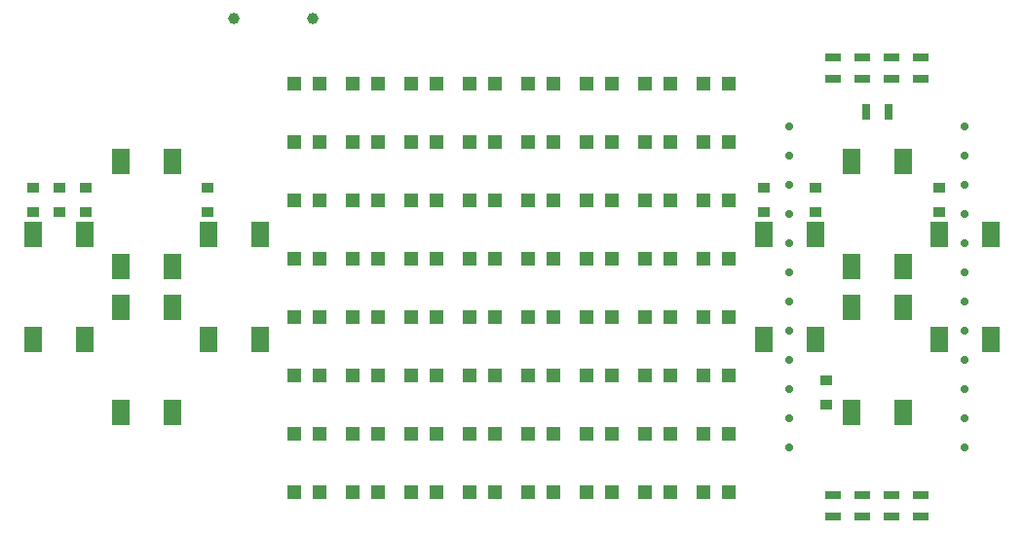
<source format=gbr>
G04 #@! TF.FileFunction,Soldermask,Bot*
%FSLAX46Y46*%
G04 Gerber Fmt 4.6, Leading zero omitted, Abs format (unit mm)*
G04 Created by KiCad (PCBNEW 4.0.7) date 04/25/18 19:18:30*
%MOMM*%
%LPD*%
G01*
G04 APERTURE LIST*
%ADD10C,0.150000*%
%ADD11R,1.000000X0.900000*%
%ADD12R,0.800000X1.400000*%
%ADD13R,1.500000X2.200000*%
%ADD14R,1.400000X0.800000*%
%ADD15O,0.700000X0.700000*%
%ADD16R,1.300000X1.300000*%
%ADD17C,1.000000*%
G04 APERTURE END LIST*
D10*
D11*
X106700000Y-92950000D03*
X106700000Y-95050000D03*
X104400000Y-92950000D03*
X104400000Y-95050000D03*
X119600000Y-92950000D03*
X119600000Y-95050000D03*
X109000000Y-92950000D03*
X109000000Y-95050000D03*
X173400000Y-109750000D03*
X173400000Y-111850000D03*
X167900000Y-93000000D03*
X167900000Y-95100000D03*
X183200000Y-92950000D03*
X183200000Y-95050000D03*
X172400000Y-92950000D03*
X172400000Y-95050000D03*
D12*
X176850000Y-86360000D03*
X178750000Y-86360000D03*
D13*
X119670000Y-106150000D03*
X119670000Y-97050000D03*
X124170000Y-106150000D03*
X124170000Y-97050000D03*
X112050000Y-112500000D03*
X112050000Y-103400000D03*
X116550000Y-112500000D03*
X116550000Y-103400000D03*
X104430000Y-106150000D03*
X104430000Y-97050000D03*
X108930000Y-106150000D03*
X108930000Y-97050000D03*
X112050000Y-99800000D03*
X112050000Y-90700000D03*
X116550000Y-99800000D03*
X116550000Y-90700000D03*
X167930000Y-106150000D03*
X167930000Y-97050000D03*
X172430000Y-106150000D03*
X172430000Y-97050000D03*
X183170000Y-106150000D03*
X183170000Y-97050000D03*
X187670000Y-106150000D03*
X187670000Y-97050000D03*
X175550000Y-99800000D03*
X175550000Y-90700000D03*
X180050000Y-99800000D03*
X180050000Y-90700000D03*
X175550000Y-112500000D03*
X175550000Y-103400000D03*
X180050000Y-112500000D03*
X180050000Y-103400000D03*
D14*
X181610000Y-121600000D03*
X181610000Y-119700000D03*
X179070000Y-121600000D03*
X179070000Y-119700000D03*
X176530000Y-121600000D03*
X176530000Y-119700000D03*
X173990000Y-121600000D03*
X173990000Y-119700000D03*
X181610000Y-81600000D03*
X181610000Y-83500000D03*
X179070000Y-81600000D03*
X179070000Y-83500000D03*
X176530000Y-81600000D03*
X176530000Y-83500000D03*
X173990000Y-81600000D03*
X173990000Y-83500000D03*
D15*
X185420000Y-87630000D03*
X185420000Y-90170000D03*
X185420000Y-92710000D03*
X185420000Y-95250000D03*
X185420000Y-97790000D03*
X185420000Y-100330000D03*
X185420000Y-102870000D03*
X185420000Y-105410000D03*
X185420000Y-107950000D03*
X185420000Y-110490000D03*
X185420000Y-113030000D03*
X185420000Y-115570000D03*
X170180000Y-87630000D03*
X170180000Y-90170000D03*
X170180000Y-92710000D03*
X170180000Y-95250000D03*
X170180000Y-97790000D03*
X170180000Y-100330000D03*
X170180000Y-102870000D03*
X170180000Y-105410000D03*
X170180000Y-107950000D03*
X170180000Y-110490000D03*
X170180000Y-113030000D03*
X170180000Y-115570000D03*
D16*
X164930000Y-83913546D03*
X162730000Y-83913546D03*
X164930000Y-88993546D03*
X162730000Y-88993546D03*
X164930000Y-94073546D03*
X162730000Y-94073546D03*
X164930000Y-99153546D03*
X162730000Y-99153546D03*
X164930000Y-104233546D03*
X162730000Y-104233546D03*
X164930000Y-109313546D03*
X162730000Y-109313546D03*
X164930000Y-114393546D03*
X162730000Y-114393546D03*
X164930000Y-119473546D03*
X162730000Y-119473546D03*
X159850000Y-83913546D03*
X157650000Y-83913546D03*
X159850000Y-88993546D03*
X157650000Y-88993546D03*
X159850000Y-94073546D03*
X157650000Y-94073546D03*
X159850000Y-99153546D03*
X157650000Y-99153546D03*
X159850000Y-104233546D03*
X157650000Y-104233546D03*
X159850000Y-109313546D03*
X157650000Y-109313546D03*
X159850000Y-114393546D03*
X157650000Y-114393546D03*
X159850000Y-119473546D03*
X157650000Y-119473546D03*
X154770000Y-83913546D03*
X152570000Y-83913546D03*
X154770000Y-88993546D03*
X152570000Y-88993546D03*
X154770000Y-94073546D03*
X152570000Y-94073546D03*
X154770000Y-99153546D03*
X152570000Y-99153546D03*
X154770000Y-104233546D03*
X152570000Y-104233546D03*
X154770000Y-109313546D03*
X152570000Y-109313546D03*
X154770000Y-114393546D03*
X152570000Y-114393546D03*
X154770000Y-119473546D03*
X152570000Y-119473546D03*
X149690000Y-83913546D03*
X147490000Y-83913546D03*
X149690000Y-88993546D03*
X147490000Y-88993546D03*
X149690000Y-94073546D03*
X147490000Y-94073546D03*
X149690000Y-99153546D03*
X147490000Y-99153546D03*
X149690000Y-104233546D03*
X147490000Y-104233546D03*
X149690000Y-109313546D03*
X147490000Y-109313546D03*
X149690000Y-114393546D03*
X147490000Y-114393546D03*
X149690000Y-119473546D03*
X147490000Y-119473546D03*
X144610000Y-83913546D03*
X142410000Y-83913546D03*
X144610000Y-88993546D03*
X142410000Y-88993546D03*
X144610000Y-94073546D03*
X142410000Y-94073546D03*
X144610000Y-99153546D03*
X142410000Y-99153546D03*
X144610000Y-104233546D03*
X142410000Y-104233546D03*
X144610000Y-109313546D03*
X142410000Y-109313546D03*
X144610000Y-114393546D03*
X142410000Y-114393546D03*
X144610000Y-119473546D03*
X142410000Y-119473546D03*
X139530000Y-83913546D03*
X137330000Y-83913546D03*
X139530000Y-88993546D03*
X137330000Y-88993546D03*
X139530000Y-94073546D03*
X137330000Y-94073546D03*
X139530000Y-99153546D03*
X137330000Y-99153546D03*
X139530000Y-104233546D03*
X137330000Y-104233546D03*
X139530000Y-109313546D03*
X137330000Y-109313546D03*
X139530000Y-114393546D03*
X137330000Y-114393546D03*
X139530000Y-119473546D03*
X137330000Y-119473546D03*
X134450000Y-83913546D03*
X132250000Y-83913546D03*
X134450000Y-88993546D03*
X132250000Y-88993546D03*
X134450000Y-94073546D03*
X132250000Y-94073546D03*
X134450000Y-99153546D03*
X132250000Y-99153546D03*
X134450000Y-104233546D03*
X132250000Y-104233546D03*
X134450000Y-109313546D03*
X132250000Y-109313546D03*
X134450000Y-114393546D03*
X132250000Y-114393546D03*
X134450000Y-119473546D03*
X132250000Y-119473546D03*
X129370000Y-83913546D03*
X127170000Y-83913546D03*
X129370000Y-88993546D03*
X127170000Y-88993546D03*
X129370000Y-94073546D03*
X127170000Y-94073546D03*
X129370000Y-99153546D03*
X127170000Y-99153546D03*
X129370000Y-104233546D03*
X127170000Y-104233546D03*
X129370000Y-109313546D03*
X127170000Y-109313546D03*
X129370000Y-114393546D03*
X127170000Y-114393546D03*
X129370000Y-119473546D03*
X127170000Y-119473546D03*
D17*
X121900000Y-78200000D03*
X128700000Y-78200000D03*
M02*

</source>
